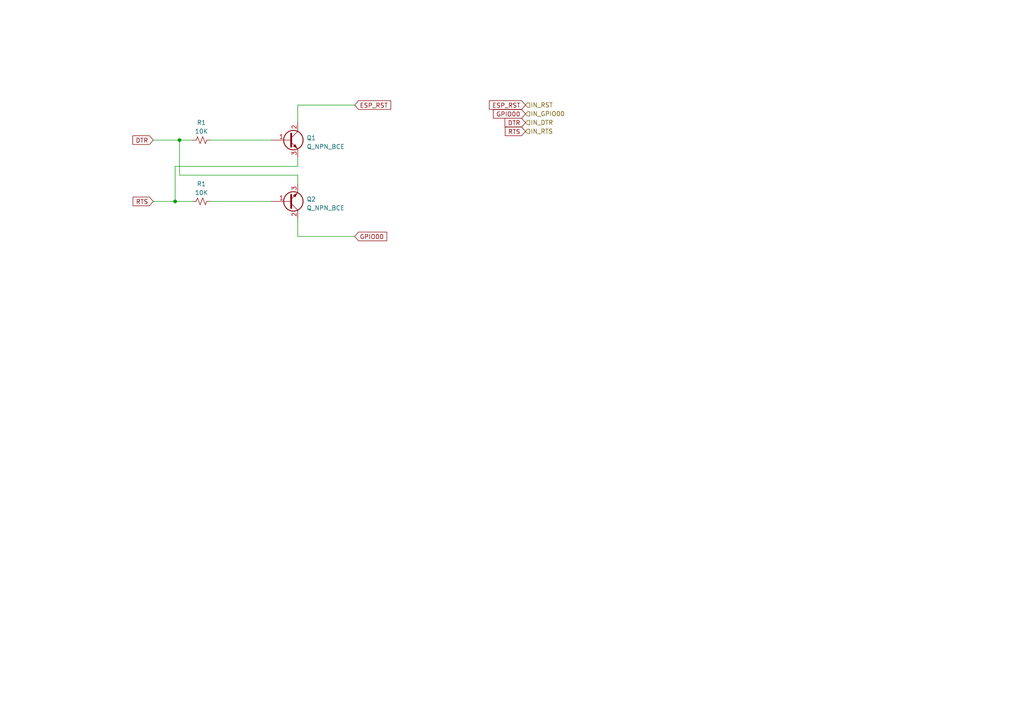
<source format=kicad_sch>
(kicad_sch (version 20230121) (generator eeschema)
  (paper "A4")
  (lib_symbols
    (symbol "Device:Q_NPN_BCE" (pin_names (offset 0) hide)
      (property "Reference" "Q" (at 5.08 1.27 0))
      (property "Value" "Q_NPN_BCE" (at 5.08 -1.27 0))
      (symbol "Q_NPN_BCE_0_1"
        (polyline (pts (xy 0.635 0.635) (xy 2.54 2.54)))
        (polyline (pts (xy 0.635 -0.635) (xy 2.54 -2.54) (xy 2.54 -2.54)))
        (polyline (pts (xy 0.635 1.905) (xy 0.635 -1.905) (xy 0.635 -1.905)) (stroke (width 0.508)))
        (polyline (pts (xy 1.27 -1.778) (xy 1.778 -1.27) (xy 2.286 -2.286) (xy 1.27 -1.778) (xy 1.27 -1.778)) (fill (type outline)))
        (circle (center 1.27 0) (radius 2.8194) (stroke (width 0.254)))
      )
      (symbol "Q_NPN_BCE_1_1"
        (pin input line (at -5.08 0 0) (length 5.715) (name "B") (number "1"))
        (pin passive line (at 2.54 5.08 270) (length 2.54) (name "C") (number "2"))
        (pin passive line (at 2.54 -5.08 90) (length 2.54) (name "E") (number "3"))
      )
    )
    (symbol "Device:R_Small_US" (pin_numbers hide) (pin_names (offset 0.254) hide)
      (property "Reference" "R" (at 0.762 0.508 0))
      (property "Value" "R_Small_US" (at 0.762 -1.016 0))
      (symbol "R_Small_US_1_1"
        (polyline (pts (xy 0 0) (xy 1.016 -0.381) (xy 0 -0.762) (xy -1.016 -1.143) (xy 0 -1.524)))
        (polyline (pts (xy 0 1.524) (xy 1.016 1.143) (xy 0 0.762) (xy -1.016 0.381) (xy 0 0)))
        (pin passive line (at 0 2.54 270) (length 1.016) (name "~") (number "1"))
        (pin passive line (at 0 -2.54 90) (length 1.016) (name "~") (number "2"))
      )
    )
  )
  (junction (at 52.07 40.64))
  (junction (at 50.8 58.42))
  (wire (pts (xy 86.36 30.48) (xy 102.87 30.48)))
  (wire (pts (xy 60.96 40.64) (xy 78.74 40.64)))
  (wire (pts (xy 44.45 40.64) (xy 52.07 40.64)))
  (wire (pts (xy 86.36 63.5) (xy 86.36 68.58)))
  (wire (pts (xy 86.36 48.26) (xy 50.8 48.26)))
  (wire (pts (xy 50.8 58.42) (xy 55.88 58.42)))
  (wire (pts (xy 86.36 53.34) (xy 86.36 50.8)))
  (wire (pts (xy 86.36 35.56) (xy 86.36 30.48)))
  (wire (pts (xy 44.45 58.42) (xy 50.8 58.42)))
  (wire (pts (xy 86.36 50.8) (xy 52.07 50.8)))
  (wire (pts (xy 52.07 40.64) (xy 55.88 40.64)))
  (wire (pts (xy 86.36 68.58) (xy 102.87 68.58)))
  (wire (pts (xy 86.36 45.72) (xy 86.36 48.26)))
  (wire (pts (xy 60.96 58.42) (xy 78.74 58.42)))
  (wire (pts (xy 50.8 48.26) (xy 50.8 58.42)))
  (wire (pts (xy 52.07 50.8) (xy 52.07 40.64)))
  (global_label "DTR" (shape input) (at 152.4 35.56 180) (property "Intersheetrefs" "${INTERSHEET_REFS}" (effects hide)))
  (global_label "ESP_RST" (shape input) (at 152.4 30.48 180) (property "Intersheetrefs" "${INTERSHEET_REFS}" (effects hide)))
  (global_label "GPIO00" (shape input) (at 152.4 33.02 180) (property "Intersheetrefs" "${INTERSHEET_REFS}" (effects hide)))
  (global_label "RTS" (shape input) (at 44.45 58.42 180) (property "Intersheetrefs" "${INTERSHEET_REFS}" (effects hide)))
  (global_label "DTR" (shape input) (at 44.45 40.64 180) (property "Intersheetrefs" "${INTERSHEET_REFS}" (effects hide)))
  (global_label "GPIO00" (shape input) (at 102.87 68.58 0) (property "Intersheetrefs" "${INTERSHEET_REFS}" (effects hide)))
  (global_label "RTS" (shape input) (at 152.4 38.1 180) (property "Intersheetrefs" "${INTERSHEET_REFS}" (effects hide)))
  (global_label "ESP_RST" (shape input) (at 102.87 30.48 0) (property "Intersheetrefs" "${INTERSHEET_REFS}" (effects hide)))
  (hierarchical_label "IN_DTR" (shape input) (at 152.4 35.56 0))
  (hierarchical_label "IN_RST" (shape input) (at 152.4 30.48 0))
  (hierarchical_label "IN_RTS" (shape input) (at 152.4 38.1 0))
  (hierarchical_label "IN_GPIO00" (shape input) (at 152.4 33.02 0))
  (symbol (lib_id "Device:R_Small_US") (at 58.42 40.64 270) (unit 1)
    (property "Reference" "R1" (at 58.42 35.56 90))
    (property "Value" "10K" (at 58.42 38.1 90))
    (property "Footprint" "Resistor_SMD:R_0805_2012Metric" (effects hide))
    (instances (project "ESP32 (Electiva)" (path "" (reference "R1") (unit 1)) (path "" (reference "R7") (unit 1)) (path "" (reference "R10") (unit 1)) (path "" (reference "R8") (unit 1))))
  )
  (symbol (lib_id "Device:Q_NPN_BCE") (at 83.82 58.42 0) (mirror x) (unit 1)
    (property "Reference" "Q2" (at 88.9 57.785 0) (effects (justify left)))
    (property "Value" "Q_NPN_BCE" (at 88.9 60.325 0) (effects (justify left)))
    (property "Footprint" "Package_TO_SOT_SMD:TSOT-23" (effects hide))
    (instances (project "ESP32 (Electiva)" (path "" (reference "Q2") (unit 1)) (path "" (reference "Q4") (unit 1))))
  )
  (symbol (lib_id "Device:Q_NPN_BCE") (at 83.82 40.64 0) (unit 1)
    (property "Reference" "Q1" (at 88.9 40.005 0) (effects (justify left)))
    (property "Value" "Q_NPN_BCE" (at 88.9 42.545 0) (effects (justify left)))
    (property "Footprint" "Package_TO_SOT_SMD:TSOT-23" (effects hide))
    (instances (project "ESP32 (Electiva)" (path "" (reference "Q1") (unit 1)) (path "" (reference "Q3") (unit 1))))
  )
  (symbol (lib_id "Device:R_Small_US") (at 58.42 58.42 270) (unit 1)
    (property "Reference" "R1" (at 58.42 53.34 90))
    (property "Value" "10K" (at 58.42 55.88 90))
    (property "Footprint" "Resistor_SMD:R_0805_2012Metric" (effects hide))
    (instances (project "ESP32 (Electiva)" (path "" (reference "R1") (unit 1)) (path "" (reference "R7") (unit 1)) (path "" (reference "R9") (unit 1)) (path "" (reference "R10") (unit 1))))
  )
)
</source>
